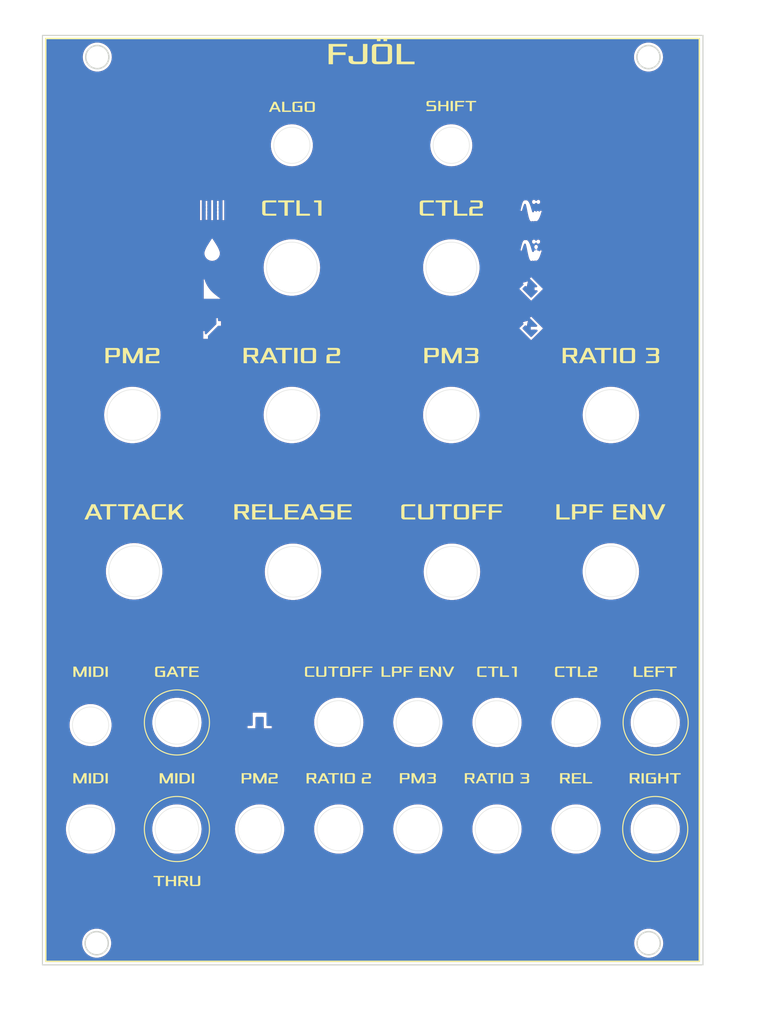
<source format=kicad_pcb>
(kicad_pcb (version 20211014) (generator pcbnew)
  (layers (0 "F.Cu" signal) (31 "B.Cu" signal) (34 "B.Paste" user) (35 "F.Paste" user) (36 "B.SilkS" user "B.Silkscreen") (37 "F.SilkS" user "F.Silkscreen") (38 "B.Mask" user) (39 "F.Mask" user) (44 "Edge.Cuts" user))
  (net 0 "")
  (footprint "vestur-logo:right" (layer "F.Cu") (at 177.368667 137.014328)
    (fp_text reference "G***" hide)
    (fp_text value "LOGO" hide)
  )
  (footprint "vestur-logo:pm2" (layer "F.Cu") (at 105.090635 78.574961)
    (fp_text reference "G***" hide)
    (fp_text value "LOGO" hide)
  )
  (footprint "vestur-logo:ratio2" (layer "F.Cu") (at 127.140433 78.57468)
    (fp_text reference "G***" hide)
    (fp_text value "LOGO" hide)
  )
  (footprint "vestur-logo:release" (layer "F.Cu") (at 127.302 100.177727)
    (fp_text reference "G***" hide)
    (fp_text value "LOGO" hide)
  )
  (footprint "vestur-logo:attack" (layer "F.Cu") (at 105.334119 100.184476)
    (fp_text reference "G***" hide)
    (fp_text value "LOGO" hide)
  )
  (footprint "vestur-logo:ctl1" (layer "F.Cu") (at 127.130175 58.185433)
    (fp_text reference "G***" hide)
    (fp_text value "LOGO" hide)
  )
  (footprint "vestur-logo:ctl2" (layer "F.Cu") (at 149.177375 58.185433)
    (fp_text reference "G***" hide)
    (fp_text value "LOGO" hide)
  )
  (footprint "vestur-logo:shift" (layer "F.Cu") (at 149.179791 44.075977)
    (fp_text reference "G***" hide)
    (fp_text value "LOGO" hide)
  )
  (footprint "vestur-logo:algo" (layer "F.Cu") (at 127.142995 44.190258)
    (fp_text reference "G***" hide)
    (fp_text value "LOGO" hide)
  )
  (footprint "vestur-logo:gate" (layer "F.Cu") (at 111.243586 122.282033)
    (fp_text reference "G***" hide)
    (fp_text value "LOGO" hide)
  )
  (footprint "vestur-logo:ctl1-small" (layer "F.Cu") (at 155.492226 122.282033)
    (fp_text reference "G***" hide)
    (fp_text value "LOGO" hide)
  )
  (footprint "vestur-logo:ctl2-small" (layer "F.Cu") (at 166.429386 122.282033)
    (fp_text reference "G***" hide)
    (fp_text value "LOGO" hide)
  )
  (footprint "vestur-logo:left" (layer "F.Cu") (at 177.3729 122.282033)
    (fp_text reference "G***" hide)
    (fp_text value "LOGO" hide)
  )
  (footprint "vestur-logo:midi" (layer "F.Cu") (at 99.308542 137.014033)
    (fp_text reference "G***" hide)
    (fp_text value "LOGO" hide)
  )
  (footprint "vestur-logo:midi" (layer "F.Cu") (at 111.245702 137.014033)
    (fp_text reference "G***" hide)
    (fp_text value "LOGO" hide)
  )
  (footprint "vestur-logo:thru" (layer "F.Cu") (at 111.24554 151.214306)
    (fp_text reference "G***" hide)
    (fp_text value "LOGO" hide)
  )
  (footprint "vestur-logo:pm2-small" (layer "F.Cu") (at 122.682863 137.014318)
    (fp_text reference "G***" hide)
    (fp_text value "LOGO" hide)
  )
  (footprint "vestur-logo:ratio2-small" (layer "F.Cu") (at 133.624256 137.01413)
    (fp_text reference "G***" hide)
    (fp_text value "LOGO" hide)
  )
  (footprint "vestur-logo:rel" (layer "F.Cu") (at 166.431503 137.014318)
    (fp_text reference "G***" hide)
    (fp_text value "LOGO" hide)
  )
  (footprint "vestur-logo:filt-env-jack" (layer "F.Cu") (at 144.559299 122.277033)
    (fp_text reference "G***" hide)
    (fp_text value "LOGO" hide)
  )
  (footprint "vestur-logo:fjol" (layer "F.Cu") (at 138.153232 36.4835)
    (fp_text reference "G***" hide)
    (fp_text value "LOGO" hide)
  )
  (footprint "vestur-logo:midi" (layer "F.Cu") (at 99.308542 122.282033)
    (fp_text reference "G***" hide)
    (fp_text value "LOGO" hide)
  )
  (footprint "vestur-logo:spread-solderm" (layer "F.Cu") (at 116.110231 58.469731)
    (fp_text reference "G***" hide)
    (fp_text value "LOGO" hide)
    (zone (net 0) (net_name "") (layers F&B.Cu) (connect_pads (clearance 0)) (min_thickness 0.254)
      (keepout (tracks not_allowed) (vias not_allowed) (pads not_allowed) (copperpour not_allowed) (footprints allowed))
      (fill (thermal_gap 0.508) (thermal_bridge_width 0.508))
      (polygon (pts (xy 117.027048 57.511241) (xy 116.777007 57.511241) (xy 116.777007 57.177853) (xy 117.027048 57.177853)))
    )
    (zone (net 0) (net_name "") (layers F&B.Cu) (connect_pads (clearance 0)) (min_thickness 0.254)
      (keepout (tracks not_allowed) (vias not_allowed) (pads not_allowed) (copperpour not_allowed) (footprints allowed))
      (fill (thermal_gap 0.508) (thermal_bridge_width 0.508))
      (polygon (pts (xy 116.256088 59.865793) (xy 115.98521 59.865793) (xy 115.98521 57.094506) (xy 116.256088 57.094506)))
    )
    (zone (net 0) (net_name "") (layers F&B.Cu) (connect_pads (clearance 0)) (min_thickness 0.254)
      (keepout (tracks not_allowed) (vias not_allowed) (pads not_allowed) (copperpour not_allowed) (footprints allowed))
      (fill (thermal_gap 0.508) (thermal_bridge_width 0.508))
      (polygon (pts (xy 117.027048 57.969649) (xy 116.777007 57.969649) (xy 116.777007 57.636261) (xy 117.027048 57.636261)))
    )
    (zone (net 0) (net_name "") (layers F&B.Cu) (connect_pads (clearance 0)) (min_thickness 0.254)
      (keepout (tracks not_allowed) (vias not_allowed) (pads not_allowed) (copperpour not_allowed) (footprints allowed))
      (fill (thermal_gap 0.508) (thermal_bridge_width 0.508))
      (polygon (pts (xy 115.464291 57.511241) (xy 115.21425 57.511241) (xy 115.21425 57.177853) (xy 115.464291 57.177853)))
    )
    (zone (net 0) (net_name "") (layers F&B.Cu) (connect_pads (clearance 0)) (min_thickness 0.254)
      (keepout (tracks not_allowed) (vias not_allowed) (pads not_allowed) (copperpour not_allowed) (footprints allowed))
      (fill (thermal_gap 0.508) (thermal_bridge_width 0.508))
      (polygon (pts (xy 117.027048 58.907303) (xy 116.777007 58.907303) (xy 116.777007 58.573915) (xy 117.027048 58.573915)))
    )
    (zone (net 0) (net_name "") (layers F&B.Cu) (connect_pads (clearance 0)) (min_thickness 0.254)
      (keepout (tracks not_allowed) (vias not_allowed) (pads not_allowed) (copperpour not_allowed) (footprints allowed))
      (fill (thermal_gap 0.508) (thermal_bridge_width 0.508))
      (polygon (pts (xy 115.464291 59.365711) (xy 115.21425 59.365711) (xy 115.21425 59.032323) (xy 115.464291 59.032323)))
    )
    (zone (net 0) (net_name "") (layers F&B.Cu) (connect_pads (clearance 0)) (min_thickness 0.254)
      (keepout (tracks not_allowed) (vias not_allowed) (pads not_allowed) (copperpour not_allowed) (footprints allowed))
      (fill (thermal_gap 0.508) (thermal_bridge_width 0.508))
      (polygon (pts (xy 114.693332 59.865793) (xy 114.443291 59.865793) (xy 114.443291 57.094506) (xy 114.693332 57.094506)))
    )
    (zone (net 0) (net_name "") (layers F&B.Cu) (connect_pads (clearance 0)) (min_thickness 0.254)
      (keepout (tracks not_allowed) (vias not_allowed) (pads not_allowed) (copperpour not_allowed) (footprints allowed))
      (fill (thermal_gap 0.508) (thermal_bridge_width 0.508))
      (polygon (pts (xy 117.016629 58.105088) (xy 117.028801 58.428058) (xy 116.777007 58.428058) (xy 116.777007 58.09259)))
    )
    (zone (net 0) (net_name "") (layers F&B.Cu) (connect_pads (clearance 0)) (min_thickness 0.254)
      (keepout (tracks not_allowed) (vias not_allowed) (pads not_allowed) (copperpour not_allowed) (footprints allowed))
      (fill (thermal_gap 0.508) (thermal_bridge_width 0.508))
      (polygon (pts (xy 117.027048 59.82412) (xy 116.777007 59.82412) (xy 116.777007 59.490732) (xy 117.027048 59.490732)))
    )
    (zone (net 0) (net_name "") (layers F&B.Cu) (connect_pads (clearance 0)) (min_thickness 0.254)
      (keepout (tracks not_allowed) (vias not_allowed) (pads not_allowed) (copperpour not_allowed) (footprints allowed))
      (fill (thermal_gap 0.508) (thermal_bridge_width 0.508))
      (polygon (pts (xy 115.464291 58.428058) (xy 115.212497 58.428058) (xy 115.224669 58.105088) (xy 115.464291 58.09259)))
    )
    (zone (net 0) (net_name "") (layers F&B.Cu) (connect_pads (clearance 0)) (min_thickness 0.254)
      (keepout (tracks not_allowed) (vias not_allowed) (pads not_allowed) (copperpour not_allowed) (footprints allowed))
      (fill (thermal_gap 0.508) (thermal_bridge_width 0.508))
      (polygon (pts (xy 115.464291 59.82412) (xy 115.21425 59.82412) (xy 115.21425 59.490732) (xy 115.464291 59.490732)))
    )
    (zone (net 0) (net_name "") (layers F&B.Cu) (connect_pads (clearance 0)) (min_thickness 0.254)
      (keepout (tracks not_allowed) (vias not_allowed) (pads not_allowed) (copperpour not_allowed) (footprints allowed))
      (fill (thermal_gap 0.508) (thermal_bridge_width 0.508))
      (polygon (pts (xy 117.027048 59.365711) (xy 116.777007 59.365711) (xy 116.777007 59.032323) (xy 117.027048 59.032323)))
    )
    (zone (net 0) (net_name "") (layers F&B.Cu) (connect_pads (clearance 0)) (min_thickness 0.254)
      (keepout (tracks not_allowed) (vias not_allowed) (pads not_allowed) (copperpour not_allowed) (footprints allowed))
      (fill (thermal_gap 0.508) (thermal_bridge_width 0.508))
      (polygon (pts (xy 115.464291 58.907303) (xy 115.21425 58.907303) (xy 115.21425 58.573915) (xy 115.464291 58.573915)))
    )
    (zone (net 0) (net_name "") (layers F&B.Cu) (connect_pads (clearance 0)) (min_thickness 0.254)
      (keepout (tracks not_allowed) (vias not_allowed) (pads not_allowed) (copperpour not_allowed) (footprints allowed))
      (fill (thermal_gap 0.508) (thermal_bridge_width 0.508))
      (polygon (pts (xy 117.798007 59.865793) (xy 117.547966 59.865793) (xy 117.547966 57.094506) (xy 117.798007 57.094506)))
    )
    (zone (net 0) (net_name "") (layers F&B.Cu) (connect_pads (clearance 0)) (min_thickness 0.254)
      (keepout (tracks not_allowed) (vias not_allowed) (pads not_allowed) (copperpour not_allowed) (footprints allowed))
      (fill (thermal_gap 0.508) (thermal_bridge_width 0.508))
      (polygon (pts (xy 115.464291 57.969649) (xy 115.21425 57.969649) (xy 115.21425 57.636261) (xy 115.464291 57.636261)))
    )
  )
  (footprint "vestur-logo:feedback2" (layer "F.Cu") (at 160.204233 74.818917)
    (fp_text reference "G***" hide)
    (fp_text value "LOGO" hide)
    (zone (net 0) (net_name "") (layers F&B.Cu) (connect_pads (clearance 0)) (min_thickness 0.254)
      (keepout (tracks not_allowed) (vias not_allowed) (pads not_allowed) (copperpour not_allowed) (footprints allowed))
      (fill (thermal_gap 0.508) (thermal_bridge_width 0.508))
      (polygon (pts (xy 161.116596 74.792871) (xy 161.110632 74.996029) (xy 160.91165 75.001943) (xy 160.824308 75.003057) (xy 160.753181 75.00119) (xy 160.708184 74.996746) (xy 160.698074 74.993261) (xy 160.691703 74.967263) (xy 160.686742 74.909664) (xy 160.683892 74.830527) (xy 160.683478 74.784189) (xy 160.683478 74.589713) (xy 161.122559 74.589713)))
    )
    (zone (net 0) (net_name "") (layers F&B.Cu) (connect_pads (clearance 0)) (min_thickness 0.254)
      (keepout (tracks not_allowed) (vias not_allowed) (pads not_allowed) (copperpour not_allowed) (footprints allowed))
      (fill (thermal_gap 0.508) (thermal_bridge_width 0.508))
      (polygon (pts (xy 161.860621 74.81885) (xy 161.048155 75.631517) (xy 160.896213 75.783309) (xy 160.75314 75.92588) (xy 160.62163 76.056568) (xy 160.504381 76.17271) (xy 160.40409 76.271644) (xy 160.323453 76.350708) (xy 160.265165 76.407239) (xy 160.231924 76.438576) (xy 160.225071 76.444184) (xy 160.208787 76.429868) (xy 160.165762 76.388685) (xy 160.098673 76.32328) (xy 160.010202 76.236301) (xy 159.903027 76.130391) (xy 159.779828 76.008199) (xy 159.643284 75.872369) (xy 159.496076 75.725549) (xy 159.392001 75.621534) (xy 158.56955 74.798884) (xy 158.892018 74.487975) (xy 159.214487 74.177067) (xy 159.122314 74.081991) (xy 159.071818 74.025777) (xy 159.051773 73.991744) (xy 159.059803 73.976236) (xy 159.111957 73.958562) (xy 159.18869 73.933946) (xy 159.282369 73.904687) (xy 159.385364 73.873086) (xy 159.490043 73.841441) (xy 159.588774 73.812053) (xy 159.673926 73.787221) (xy 159.737868 73.769246) (xy 159.772967 73.760426) (xy 159.777296 73.760024) (xy 159.774975 73.781241) (xy 159.764742 73.835143) (xy 159.748366 73.91388) (xy 159.727623 74.009606) (xy 159.704283 74.114471) (xy 159.680119 74.220629) (xy 159.656905 74.320231) (xy 159.636412 74.405428) (xy 159.620413 74.468374) (xy 159.610681 74.501219) (xy 159.609257 74.504022) (xy 159.590788 74.495816) (xy 159.551614 74.466085) (xy 159.514588 74.43408) (xy 159.428108 74.35595) (xy 158.974552 74.8081) (xy 159.599811 75.433358) (xy 160.225069 76.058617) (xy 160.844884 75.438802) (xy 161.4647 74.818987) (xy 160.746104 74.100164) (xy 160.027508 73.381342) (xy 160.126409 73.282441) (xy 160.225311 73.18354)))
    )
    (zone (net 0) (net_name "") (layers F&B.Cu) (connect_pads (clearance 0)) (min_thickness 0.254)
      (keepout (tracks not_allowed) (vias not_allowed) (pads not_allowed) (copperpour not_allowed) (footprints allowed))
      (fill (thermal_gap 0.508) (thermal_bridge_width 0.508))
      (polygon (pts (xy 160.568876 74.996029) (xy 160.16256 75.007957) (xy 160.16256 74.589713) (xy 160.580804 74.589713)))
    )
  )
  (footprint "vestur-logo:cutoff" (layer "F.Cu") (at 149.258475 100.185368)
    (fp_text reference "G***" hide)
    (fp_text value "LOGO" hide)
  )
  (footprint "vestur-logo:decay" (layer "F.Cu") (at 116.116356 69.369082)
    (fp_text reference "G***" hide)
    (fp_text value "LOGO" hide)
    (zone (net 0) (net_name "") (layers F&B.Cu) (connect_pads (clearance 0)) (min_thickness 0.254)
      (keepout (tracks not_allowed) (vias not_allowed) (pads not_allowed) (copperpour not_allowed) (footprints allowed))
      (fill (thermal_gap 0.508) (thermal_bridge_width 0.508))
      (polygon (pts (xy 115.038655 68.038632) (xy 115.060921 68.053495) (xy 115.080611 68.088447) (xy 115.103632 68.151819) (xy 115.114926 68.186461) (xy 115.248456 68.53502) (xy 115.421376 68.875716) (xy 115.63163 69.205028) (xy 115.877162 69.519436) (xy 115.92662 69.57606) (xy 116.0764 69.73315) (xy 116.260195 69.906141) (xy 116.474787 70.092215) (xy 116.71696 70.288553) (xy 116.905753 70.434051) (xy 117.288834 70.72347) (xy 114.949498 70.72347) (xy 114.949498 68.03553) (xy 115.007906 68.03553)))
    )
  )
  (footprint "vestur-logo:cutoff-small" (layer "F.Cu") (at 133.617906 122.27716)
    (fp_text reference "G***" hide)
    (fp_text value "LOGO" hide)
  )
  (footprint "vestur-logo:det2" (layer "F.Cu") (at 160.204733 58.4458)
    (fp_text reference "G***" hide)
    (fp_text value "LOGO" hide)
    (zone (net 0) (net_name "") (layers F&B.Cu) (connect_pads (clearance 0)) (min_thickness 0.254)
      (keepout (tracks not_allowed) (vias not_allowed) (pads not_allowed) (copperpour not_allowed) (footprints allowed))
      (fill (thermal_gap 0.508) (thermal_bridge_width 0.508))
      (polygon (pts (xy 160.667953 57.050455) (xy 160.731335 57.07598) (xy 160.799547 57.143726) (xy 160.840523 57.233037) (xy 160.853808 57.333549) (xy 160.838944 57.434896) (xy 160.795477 57.526714) (xy 160.753287 57.574923) (xy 160.698371 57.6043) (xy 160.623096 57.62161) (xy 160.54782 57.623653) (xy 160.505167 57.613923) (xy 160.463644 57.586098) (xy 160.416243 57.540881) (xy 160.407021 57.530339) (xy 160.355234 57.442382) (xy 160.335271 57.347097) (xy 160.344203 57.25252) (xy 160.379104 57.166687) (xy 160.437046 57.097634) (xy 160.515102 57.053396) (xy 160.585176 57.041335)))
    )
    (zone (net 0) (net_name "") (layers F&B.Cu) (connect_pads (clearance 0)) (min_thickness 0.254)
      (keepout (tracks not_allowed) (vias not_allowed) (pads not_allowed) (copperpour not_allowed) (footprints allowed))
      (fill (thermal_gap 0.508) (thermal_bridge_width 0.508))
      (polygon (pts (xy 161.307215 57.057304) (xy 161.380763 57.105264) (xy 161.434419 57.175516) (xy 161.466643 57.260143) (xy 161.475893 57.351225) (xy 161.460629 57.440842) (xy 161.419311 57.521075) (xy 161.350399 57.584005) (xy 161.32402 57.59837) (xy 161.247933 57.626945) (xy 161.184595 57.628218) (xy 161.115031 57.60191) (xy 161.101999 57.595092) (xy 161.02605 57.53468) (xy 160.978482 57.455954) (xy 160.95769 57.366789) (xy 160.962066 57.275062) (xy 160.990003 57.18865) (xy 161.039896 57.115428) (xy 161.110137 57.063273) (xy 161.19912 57.04006) (xy 161.215316 57.039558)))
    )
    (zone (net 0) (net_name "") (layers F&B.Cu) (connect_pads (clearance 0)) (min_thickness 0.254)
      (keepout (tracks not_allowed) (vias not_allowed) (pads not_allowed) (copperpour not_allowed) (footprints allowed))
      (fill (thermal_gap 0.508) (thermal_bridge_width 0.508))
      (polygon (pts (xy 159.544379 57.103357) (xy 159.624513 57.114662) (xy 159.648452 57.122561) (xy 159.729909 57.170654) (xy 159.808666 57.246114) (xy 159.885705 57.350927) (xy 159.962007 57.487076) (xy 160.038555 57.656546) (xy 160.116332 57.861322) (xy 160.196319 58.103388) (xy 160.279499 58.384729) (xy 160.287875 58.414545) (xy 160.342331 58.608395) (xy 160.387012 58.765264) (xy 160.423006 58.888402) (xy 160.451398 58.981062) (xy 160.473274 59.046496) (xy 160.48972 59.087954) (xy 160.501822 59.10869) (xy 160.510667 59.111954) (xy 160.517237 59.101289) (xy 160.526804 59.065365) (xy 160.541948 58.998275) (xy 160.560542 58.909808) (xy 160.579313 58.815652) (xy 160.599776 58.712308) (xy 160.615389 58.643097) (xy 160.629001 58.601197) (xy 160.643463 58.579786) (xy 160.661625 58.572042) (xy 160.681478 58.571105) (xy 160.742142 58.575981) (xy 160.78007 58.583199) (xy 160.795081 58.587463) (xy 160.805933 58.594317) (xy 160.812034 58.608458) (xy 160.812791 58.634582) (xy 160.807613 58.677387) (xy 160.795908 58.741569) (xy 160.777082 58.831825) (xy 160.750546 58.952852) (xy 160.715705 59.109347) (xy 160.711196 59.129576) (xy 160.635424 59.469545) (xy 160.721634 59.643913) (xy 160.777898 59.518893) (xy 160.804185 59.452151) (xy 160.837719 59.354877) (xy 160.875561 59.236946) (xy 160.914769 59.108235) (xy 160.952404 58.978619) (xy 160.985525 58.857974) (xy 161.011193 58.756178) (xy 161.026152 58.684996) (xy 161.041763 58.611112) (xy 161.062783 58.571055) (xy 161.097632 58.557088) (xy 161.154732 58.561474) (xy 161.159741 58.562262) (xy 161.221162 58.578516) (xy 161.245618 58.602847) (xy 161.246467 58.609948) (xy 161.239778 58.663375) (xy 161.221401 58.748767) (xy 161.193547 58.858804) (xy 161.158429 58.986165) (xy 161.11826 59.123528) (xy 161.075251 59.263572) (xy 161.031614 59.398977) (xy 160.989563 59.522421) (xy 160.951308 59.626583) (xy 160.919063 59.704142) (xy 160.910423 59.722051) (xy 160.887604 59.771937) (xy 160.88574 59.795083) (xy 160.900742 59.800189) (xy 160.955513 59.780276) (xy 161.016583 59.722696) (xy 161.082295 59.63069) (xy 161.150989 59.507498) (xy 161.221007 59.35636) (xy 161.290689 59.180517) (xy 161.358378 58.983207) (xy 161.414152 58.797329) (xy 161.441572 58.703005) (xy 161.466343 58.623427) (xy 161.485673 58.567212) (xy 161.49649 58.543258) (xy 161.523448 58.53797) (xy 161.571537 58.543855) (xy 161.624907 58.557042) (xy 161.667708 58.573659) (xy 161.684143 58.58909) (xy 161.678562 58.614503) (xy 161.663361 58.67145) (xy 161.64085 58.751535) (xy 161.613342 58.846363) (xy 161.612896 58.847879) (xy 161.525189 59.127404) (xy 161.438413 59.366223) (xy 161.35208 59.565282) (xy 161.265706 59.725523) (xy 161.178804 59.847892) (xy 161.09089 59.933333) (xy 161.037018 59.967487) (xy 160.939603 60.002988) (xy 160.852103 60.002284) (xy 160.800605 59.98485) (xy 160.754194 59.972478) (xy 160.704014 59.98329) (xy 160.676664 59.995269) (xy 160.605059 60.022924) (xy 160.547422 60.025346) (xy 160.484648 60.002661) (xy 160.472682 59.996623) (xy 160.426226 59.976429) (xy 160.396586 59.978547) (xy 160.374742 59.994304) (xy 160.301596 60.033098) (xy 160.219245 60.035814) (xy 160.150168 60.008174) (xy 160.102922 59.969407) (xy 160.057922 59.914116) (xy 160.014349 59.839682) (xy 159.971384 59.743488) (xy 159.928206 59.622913) (xy 159.883995 59.47534) (xy 159.837932 59.298149) (xy 159.789196 59.088721) (xy 159.736969 58.844439) (xy 159.734614 58.832706) (xy 159.937512 58.832706) (xy 159.942222 58.869763) (xy 159.95719 58.947163) (xy 159.982522 59.0649) (xy 159.987934 59.08923) (xy 160.029111 59.261349) (xy 160.071854 59.417836) (xy 160.114691 59.554848) (xy 160.156147 59.668543) (xy 160.19475 59.755079) (xy 160.229024 59.810615) (xy 160.257496 59.831307) (xy 160.270569 59.826035) (xy 160.278104 59.793118) (xy 160.275364 59.787351) (xy 160.522711 59.787351) (xy 160.543589 59.813724) (xy 160.570783 59.821025) (xy 160.589904 59.81488) (xy 160.581089 59.78946) (xy 160.575284 59.779872) (xy 160.548516 59.754146) (xy 160.531082 59.75722) (xy 160.522711 59.787351) (xy 160.275364 59.787351) (xy 160.260244 59.755534) (xy 160.223335 59.685649) (xy 160.179614 59.581687) (xy 160.131455 59.450217) (xy 160.081231 59.29781) (xy 160.031314 59.131037) (xy 160.019191 59.08798) (xy 159.983901 58.963627) (xy 159.958456 58.879634) (xy 159.942958 58.835995) (xy 159.937512 58.832706) (xy 159.734614 58.832706) (xy 159.715512 58.737514) (xy 159.916309 58.737514) (xy 159.919583 58.767095) (xy 159.926819 58.76356) (xy 159.929571 58.7209) (xy 159.926819 58.711468) (xy 159.919213 58.708851) (xy 159.916309 58.737514) (xy 159.715512 58.737514) (xy 159.696348 58.642013) (xy 159.893827 58.642013) (xy 159.897658 58.669038) (xy 159.904771 58.669361) (xy 159.909745 58.641473) (xy 159.906416 58.629424) (xy 159.897164 58.621531) (xy 159.893827 58.642013) (xy 159.696348 58.642013) (xy 159.680429 58.562682) (xy 159.663536 58.475462) (xy 160.084779 58.475462) (xy 160.085614 58.498936) (xy 160.096119 58.555602) (xy 160.114548 58.638574) (xy 160.139154 58.740964) (xy 160.16819 58.855885) (xy 160.19991 58.976451) (xy 160.232568 59.095775) (xy 160.264416 59.206969) (xy 160.293708 59.303148) (xy 160.298419 59.317853) (xy 160.335597 59.425725) (xy 160.366834 59.502075) (xy 160.390905 59.544807) (xy 160.406589 59.551826) (xy 160.412663 59.521036) (xy 160.412677 59.513683) (xy 160.405355 59.479079) (xy 160.386057 59.416378) (xy 160.358189 59.336212) (xy 160.340885 59.289688) (xy 160.308925 59.199782) (xy 160.270633 59.08291) (xy 160.230223 58.952422) (xy 160.191907 58.82167) (xy 160.181476 58.784481) (xy 160.151135 58.67737) (xy 160.124211 58.586772) (xy 160.10275 58.519221) (xy 160.088797 58.481251) (xy 160.084779 58.475462) (xy 159.663536 58.475462) (xy 159.652516 58.418563) (xy 159.651364 58.412808) (xy 160.060521 58.412808) (xy 160.064352 58.439834) (xy 160.071465 58.440157) (xy 160.076439 58.412269) (xy 160.07311 58.400219) (xy 160.063858 58.392327) (xy 160.060521 58.412808) (xy 159.651364 58.412808) (xy 159.634673 58.329461) (xy 160.039684 58.329461) (xy 160.043515 58.356487) (xy 160.050628 58.35681) (xy 160.055602 58.328922) (xy 160.052273 58.316872) (xy 160.043021 58.30898) (xy 160.039684 58.329461) (xy 159.634673 58.329461) (xy 159.61833 58.247851) (xy 160.017203 58.247851) (xy 160.027621 58.258269) (xy 160.038039 58.247851) (xy 160.027621 58.237432) (xy 160.017203 58.247851) (xy 159.61833 58.247851) (xy 159.616526 58.238841) (xy 159.578939 58.065306) (xy 159.541089 57.903074) (xy 159.504313 57.757259) (xy 159.469945 57.632979) (xy 159.439322 57.535349) (xy 159.413779 57.469484) (xy 159.397831 57.443032) (xy 159.376063 57.446086) (xy 159.34453 57.485293) (xy 159.304898 57.556734) (xy 159.258829 57.656485) (xy 159.207989 57.780626) (xy 159.154042 57.925236) (xy 159.098652 58.086392) (xy 159.043485 58.260173) (xy 159.025269 58.320779) (xy 158.996129 58.41833) (xy 158.971187 58.500313) (xy 158.952814 58.559053) (xy 158.943376 58.586875) (xy 158.942806 58.588011) (xy 158.921034 58.58922) (xy 158.871872 58.584563) (xy 158.841836 58.580436) (xy 158.780878 58.567471) (xy 158.752193 58.549071) (xy 158.746161 58.525986) (xy 158.75117 58.490303) (xy 158.765001 58.421701) (xy 158.785857 58.327561) (xy 158.811943 58.215261) (xy 158.841464 58.092182) (xy 158.872623 57.965703) (xy 158.903625 57.843204) (xy 158.932674 57.732065) (xy 158.957975 57.639665) (xy 158.977732 57.573384) (xy 158.978618 57.570656) (xy 159.028372 57.435583) (xy 159.082531 57.318421) (xy 159.137262 57.226341) (xy 159.188735 57.166512) (xy 159.19871 57.15876) (xy 159.259785 57.132159) (xy 159.347459 57.113277) (xy 159.447176 57.103285)))
    )
  )
  (footprint "vestur-logo:filt-env-knob" (layer "F.Cu") (at 171.242189 100.184323)
    (fp_text reference "G***" hide)
    (fp_text value "LOGO" hide)
  )
  (footprint "vestur-logo:ratio3" (layer "F.Cu") (at 171.247572 78.569946)
    (fp_text reference "G***" hide)
    (fp_text value "LOGO" hide)
  )
  (footprint "vestur-logo:det3" (layer "F.Cu") (at 160.198942 63.930778)
    (fp_text reference "G***" hide)
    (fp_text value "LOGO" hide)
    (zone (net 0) (net_name "") (layers F&B.Cu) (connect_pads (clearance 0)) (min_thickness 0.254)
      (keepout (tracks not_allowed) (vias not_allowed) (pads not_allowed) (copperpour not_allowed) (footprints allowed))
      (fill (thermal_gap 0.508) (thermal_bridge_width 0.508))
      (polygon (pts (xy 161.00299 63.295128) (xy 161.072748 63.34218) (xy 161.125586 63.413715) (xy 161.154221 63.508496) (xy 161.157277 63.555717) (xy 161.140774 63.660923) (xy 161.095574 63.748722) (xy 161.028147 63.813377) (xy 160.944958 63.84915) (xy 160.852475 63.850304) (xy 160.830982 63.845188) (xy 160.748945 63.801547) (xy 160.68735 63.728925) (xy 160.650647 63.636825) (xy 160.643287 63.534752) (xy 160.655463 63.470453) (xy 160.700512 63.376517) (xy 160.765076 63.313254) (xy 160.841868 63.279427) (xy 160.923602 63.273798)))
    )
    (zone (net 0) (net_name "") (layers F&B.Cu) (connect_pads (clearance 0)) (min_thickness 0.254)
      (keepout (tracks not_allowed) (vias not_allowed) (pads not_allowed) (copperpour not_allowed) (footprints allowed))
      (fill (thermal_gap 0.508) (thermal_bridge_width 0.508))
      (polygon (pts (xy 159.572678 62.60338) (xy 159.621671 62.612869) (xy 159.649165 62.624413) (xy 159.731168 62.679232) (xy 159.809732 62.758051) (xy 159.885994 62.863225) (xy 159.961093 62.997107) (xy 160.036166 63.162051) (xy 160.11235 63.360412) (xy 160.190784 63.594542) (xy 160.272605 63.866796) (xy 160.305006 63.981402) (xy 160.362699 64.186199) (xy 160.410504 64.350748) (xy 160.448487 64.475267) (xy 160.476719 64.559974) (xy 160.495266 64.605086) (xy 160.50318 64.612813) (xy 160.510118 64.590436) (xy 160.523282 64.535017) (xy 160.540908 64.454412) (xy 160.56123 64.35648) (xy 160.565485 64.335395) (xy 160.58657 64.234445) (xy 160.605982 64.148818) (xy 160.621789 64.086536) (xy 160.632061 64.055619) (xy 160.633241 64.05394) (xy 160.66037 64.050271) (xy 160.711849 64.05585) (xy 160.732814 64.059847) (xy 160.818695 64.07803) (xy 160.798932 64.176307) (xy 160.787591 64.230799) (xy 160.769344 64.316297) (xy 160.746276 64.423118) (xy 160.720475 64.541576) (xy 160.706282 64.606325) (xy 160.679371 64.729805) (xy 160.660865 64.819865) (xy 160.650115 64.883763) (xy 160.64647 64.928757) (xy 160.649278 64.962105) (xy 160.657889 64.991064) (xy 160.669375 65.017851) (xy 160.694815 65.067152) (xy 160.7155 65.095191) (xy 160.72026 65.097636) (xy 160.735635 65.078637) (xy 160.759881 65.026032) (xy 160.790865 64.946412) (xy 160.826456 64.846367) (xy 160.864523 64.732486) (xy 160.902934 64.611359) (xy 160.939559 64.489576) (xy 160.972265 64.373727) (xy 160.998921 64.270403) (xy 161.017396 64.186192) (xy 161.020324 64.169869) (xy 161.033237 64.109936) (xy 161.047574 64.066002) (xy 161.05079 64.059778) (xy 161.080146 64.044664) (xy 161.129559 64.043126) (xy 161.183276 64.05254) (xy 161.225544 64.07028) (xy 161.24078 64.091454) (xy 161.234293 64.143465) (xy 161.216325 64.227211) (xy 161.189118 64.335076) (xy 161.154913 64.459445) (xy 161.11595 64.592702) (xy 161.074471 64.727233) (xy 161.032717 64.855423) (xy 160.992927 64.969655) (xy 160.957345 65.062315) (xy 160.949834 65.08014) (xy 160.913843 65.165684) (xy 160.89392 65.220149) (xy 160.888522 65.250226) (xy 160.896104 65.262605) (xy 160.907321 65.26433) (xy 160.950442 65.246236) (xy 161.004371 65.196426) (xy 161.063784 65.121611) (xy 161.123361 65.028503) (xy 161.177779 64.923811) (xy 161.178357 64.92256) (xy 161.218589 64.827814) (xy 161.266043 64.704242) (xy 161.316768 64.563168) (xy 161.366818 64.415916) (xy 161.412241 64.273811) (xy 161.449091 64.148174) (xy 161.451557 64.139146) (xy 161.469771 64.079469) (xy 161.486312 64.03729) (xy 161.491683 64.028236) (xy 161.516828 64.023858) (xy 161.563992 64.02908) (xy 161.617249 64.040498) (xy 161.660677 64.054706) (xy 161.678352 64.068149) (xy 161.671279 64.111988) (xy 161.65171 64.187403) (xy 161.62212 64.287079) (xy 161.584983 64.403701) (xy 161.542773 64.529953) (xy 161.497966 64.658521) (xy 161.453034 64.782087) (xy 161.410454 64.893338) (xy 161.372699 64.984958) (xy 161.354994 65.024105) (xy 161.265443 65.18943) (xy 161.171792 65.317799) (xy 161.075305 65.408253) (xy 160.977248 65.459831) (xy 160.878886 65.471575) (xy 160.794624 65.448905) (xy 160.746701 65.43629) (xy 160.701269 65.452368) (xy 160.690193 65.459324) (xy 160.610039 65.489293) (xy 160.522863 65.486601) (xy 160.459282 65.460285) (xy 160.421619 65.439946) (xy 160.391884 65.443554) (xy 160.353021 65.470703) (xy 160.284627 65.507782) (xy 160.215422 65.507212) (xy 160.146178 65.475685) (xy 160.097665 65.436661) (xy 160.051083 65.37862) (xy 160.005661 65.299118) (xy 159.960632 65.195715) (xy 159.915226 65.065966) (xy 159.868674 64.907431) (xy 159.820206 64.717667) (xy 159.769054 64.494231) (xy 159.714448 64.234681) (xy 159.710328 64.213806) (xy 159.91193 64.213806) (xy 159.920383 64.270836) (xy 159.935885 64.353641) (xy 159.956898 64.454897) (xy 159.981886 64.567278) (xy 160.009311 64.68346) (xy 160.037637 64.796117) (xy 160.045713 64.826758) (xy 160.088446 64.974262) (xy 160.131285 65.098585) (xy 160.172493 65.195987) (xy 160.210335 65.262723) (xy 160.243076 65.295053) (xy 160.262741 65.294789) (xy 160.262333 65.272575) (xy 160.259685 65.264128) (xy 160.523384 65.264128) (xy 160.551998 65.284049) (xy 160.564992 65.285167) (xy 160.584119 65.278944) (xy 160.575147 65.253331) (xy 160.569687 65.244325) (xy 160.544985 65.218633) (xy 160.529212 65.227702) (xy 160.523384 65.264128) (xy 160.259685 65.264128) (xy 160.246648 65.222538) (xy 160.218852 65.154227) (xy 160.208731 65.131828) (xy 160.172549 65.044338) (xy 160.130032 64.92706) (xy 160.08456 64.790728) (xy 160.039514 64.64608) (xy 159.998273 64.503851) (xy 159.964217 64.374778) (xy 159.946995 64.300502) (xy 159.932025 64.238481) (xy 159.919052 64.198692) (xy 159.912062 64.189876) (xy 159.91193 64.213806) (xy 159.710328 64.213806) (xy 159.693196 64.126991) (xy 159.888036 64.126991) (xy 159.891867 64.154016) (xy 159.89898 64.154339) (xy 159.903954 64.126451) (xy 159.900625 64.114402) (xy 159.891373 64.106509) (xy 159.888036 64.126991) (xy 159.693196 64.126991) (xy 159.672979 64.024544) (xy 159.865554 64.024544) (xy 159.875973 64.034962) (xy 159.886391 64.024544) (xy 159.875973 64.014125) (xy 159.865554 64.024544) (xy 159.672979 64.024544) (xy 159.655619 63.936575) (xy 159.646521 63.889105) (xy 159.643998 63.876543) (xy 160.058701 63.876543) (xy 160.058829 63.90092) (xy 160.06901 63.958809) (xy 160.087552 64.04374) (xy 160.11276 64.149242) (xy 160.142942 64.268842) (xy 160.176405 64.396071) (xy 160.211454 64.524456) (xy 160.246397 64.647528) (xy 160.27954 64.758815) (xy 160.30919 64.851845) (xy 160.3278 64.904896) (xy 160.355533 64.967891) (xy 160.380951 65.006726) (xy 160.399667 65.016643) (xy 160.407297 64.992885) (xy 160.40731 64.99116) (xy 160.400834 64.964184) (xy 160.383004 64.905404) (xy 160.356222 64.822354) (xy 160.322886 64.722569) (xy 160.306107 64.673399) (xy 160.261909 64.540607) (xy 160.215404 64.393991) (xy 160.171988 64.250946) (xy 160.137053 64.128866) (xy 160.13567 64.123788) (xy 160.109102 64.028604) (xy 160.086 63.950811) (xy 160.068633 63.89769) (xy 160.059267 63.876522) (xy 160.058701 63.876543) (xy 159.643998 63.876543) (xy 159.631524 63.81444) (xy 160.033893 63.81444) (xy 160.037724 63.841465) (xy 160.044837 63.841788) (xy 160.049811 63.8139) (xy 160.046482 63.801851) (xy 160.03723 63.793958) (xy 160.033893 63.81444) (xy 159.631524 63.81444) (xy 159.617224 63.743247) (xy 160.011412 63.743247) (xy 160.019035 63.760398) (xy 160.025303 63.757139) (xy 160.027797 63.73241) (xy 160.025303 63.729356) (xy 160.012915 63.732216) (xy 160.011412 63.743247) (xy 159.617224 63.743247) (xy 159.608245 63.698545) (xy 159.568961 63.520986) (xy 159.529782 63.360193) (xy 159.491822 63.21993) (xy 159.456193 63.103964) (xy 159.424009 63.016058) (xy 159.396383 62.959977) (xy 159.374427 62.939487) (xy 159.366764 62.942806) (xy 159.334149 62.990351) (xy 159.292375 63.071266) (xy 159.244019 63.178933) (xy 159.191654 63.306735) (xy 159.137855 63.448054) (xy 159.085197 63.596273) (xy 159.036255 63.744774) (xy 158.993603 63.886938) (xy 158.979542 63.938066) (xy 158.941427 64.080793) (xy 158.858513 64.067534) (xy 158.790561 64.05428) (xy 158.754699 64.03886) (xy 158.741465 64.015973) (xy 158.74037 64.001394) (xy 158.745746 63.962415) (xy 158.76064 63.89049) (xy 158.7832 63.792764) (xy 158.811574 63.676383) (xy 158.843908 63.548492) (xy 158.878352 63.416239) (xy 158.913052 63.286768) (xy 158.946157 63.167225) (xy 158.975815 63.064756) (xy 159.000172 62.986507) (xy 159.012553 62.951321) (xy 159.052057 62.862242) (xy 159.098665 62.776569) (xy 159.142869 62.711623) (xy 159.146521 62.70725) (xy 159.182496 62.666823) (xy 159.213626 62.641116) (xy 159.25114 62.625795) (xy 159.306269 62.616529) (xy 159.390242 62.608985) (xy 159.404044 62.60789) (xy 159.503654 62.601958)))
    )
    (zone (net 0) (net_name "") (layers F&B.Cu) (connect_pads (clearance 0)) (min_thickness 0.254)
      (keepout (tracks not_allowed) (vias not_allowed) (pads not_allowed) (copperpour not_allowed) (footprints allowed))
      (fill (thermal_gap 0.508) (thermal_bridge_width 0.508))
      (polygon (pts (xy 161.261244 62.543071) (xy 161.343683 62.577058) (xy 161.410623 62.639109) (xy 161.45502 62.724813) (xy 161.469906 62.822256) (xy 161.453784 62.928224) (xy 161.409402 63.016791) (xy 161.343035 63.082197) (xy 161.260958 63.118682) (xy 161.169444 63.120483) (xy 161.149985 63.116017) (xy 161.064062 63.073218) (xy 161.001258 63.004008) (xy 160.962777 62.917422) (xy 160.949825 62.822498) (xy 160.96361 62.72827) (xy 161.005335 62.643776) (xy 161.076209 62.578051) (xy 161.078041 62.576923) (xy 161.170349 62.541556)))
    )
    (zone (net 0) (net_name "") (layers F&B.Cu) (connect_pads (clearance 0)) (min_thickness 0.254)
      (keepout (tracks not_allowed) (vias not_allowed) (pads not_allowed) (copperpour not_allowed) (footprints allowed))
      (fill (thermal_gap 0.508) (thermal_bridge_width 0.508))
      (polygon (pts (xy 160.664753 62.549582) (xy 160.743888 62.592271) (xy 160.803128 62.665078) (xy 160.837772 62.762898) (xy 160.844882 62.840236) (xy 160.841204 62.912348) (xy 160.825399 62.962621) (xy 160.79031 63.010592) (xy 160.777162 63.02508) (xy 160.692615 63.094128) (xy 160.604213 63.122153) (xy 160.511438 63.11021) (xy 160.432296 63.064) (xy 160.373674 62.989572) (xy 160.33961 62.896982) (xy 160.33414 62.796287) (xy 160.353265 62.716139) (xy 160.407889 62.623409) (xy 160.486066 62.564992) (xy 160.570423 62.542117)))
    )
  )
  (footprint "vestur-logo:pm3-small" (layer "F.Cu") (at 144.557697 137.009308)
    (fp_text reference "G***" hide)
    (fp_text value "LOGO" hide)
  )
  (footprint "vestur-logo:glide" (layer "F.Cu") (at 116.119223 74.913482)
    (fp_text reference "G***" hide)
    (fp_text value "LOGO" hide)
    (zone (net 0) (net_name "") (layers F&B.Cu) (connect_pads (clearance 0)) (min_thickness 0.254)
      (keepout (tracks not_allowed) (vias not_allowed) (pads not_allowed) (copperpour not_allowed) (footprints allowed))
      (fill (thermal_gap 0.508) (thermal_bridge_width 0.508))
      (polygon (pts (xy 116.911019 73.809134) (xy 117.348591 73.809134) (xy 117.348591 74.455073) (xy 116.942045 74.455073) (xy 116.238919 75.158427) (xy 115.535794 75.86178) (xy 115.535794 76.26787) (xy 114.889855 76.26787) (xy 114.889855 75.184359) (xy 115.098222 75.184359) (xy 115.098222 75.621931) (xy 115.317241 75.621931) (xy 116.009947 74.928994) (xy 116.702652 74.236057) (xy 116.702652 73.392399) (xy 116.911019 73.392399)))
    )
  )
  (footprint "vestur-logo:pm3" (layer "F.Cu") (at 149.177387 78.569946)
    (fp_text reference "G***" hide)
    (fp_text value "LOGO" hide)
  )
  (footprint "vestur-logo:res-solderm" (layer "F.Cu") (at 116.106466 63.919315)
    (fp_text reference "G***" hide)
    (fp_text value "LOGO" hide)
    (zone (net 0) (net_name "") (layers F&B.Cu) (connect_pads (clearance 0)) (min_thickness 0.254)
      (keepout (tracks not_allowed) (vias not_allowed) (pads not_allowed) (copperpour not_allowed) (footprints allowed))
      (fill (thermal_gap 0.508) (thermal_bridge_width 0.508))
      (polygon (pts (xy 116.138799 62.390473) (xy 116.180776 62.447772) (xy 116.240882 62.535246) (xy 116.314904 62.64633) (xy 116.398628 62.774458) (xy 116.48784 62.913064) (xy 116.578327 63.055584) (xy 116.665876 63.195452) (xy 116.746272 63.326103) (xy 116.815302 63.44097) (xy 116.868752 63.53349) (xy 116.885333 63.563715) (xy 116.970505 63.732778) (xy 117.047251 63.904368) (xy 117.111978 64.068797) (xy 117.16109 64.21638) (xy 117.190991 64.33743) (xy 117.198666 64.407812) (xy 117.175114 64.63194) (xy 117.108029 64.839082) (xy 117.002762 65.025021) (xy 116.864668 65.185541) (xy 116.699099 65.316424) (xy 116.511409 65.413454) (xy 116.306951 65.472413) (xy 116.091077 65.489085) (xy 115.869141 65.459253) (xy 115.865166 65.458274) (xy 115.650242 65.38007) (xy 115.460354 65.261516) (xy 115.300135 65.108506) (xy 115.174216 64.926934) (xy 115.087228 64.722695) (xy 115.043802 64.501681) (xy 115.039666 64.407812) (xy 115.051887 64.314507) (xy 115.086153 64.187033) (xy 115.138869 64.035077) (xy 115.20644 63.868325) (xy 115.28527 63.696462) (xy 115.352998 63.563715) (xy 115.398762 63.482373) (xy 115.461851 63.375965) (xy 115.538051 63.251054) (xy 115.623148 63.114207) (xy 115.71293 62.971989) (xy 115.803181 62.830965) (xy 115.889689 62.697701) (xy 115.96824 62.578762) (xy 116.03462 62.480714) (xy 116.084617 62.410122) (xy 116.114015 62.373551) (xy 116.119166 62.369915)))
    )
  )
  (footprint "vestur-logo:ratio3-small" (layer "F.Cu") (at 155.499091 137.009308)
    (fp_text reference "G***" hide)
    (fp_text value "LOGO" hide)
  )
  (footprint "vestur-logo:feedback" (layer "F.Cu") (at 160.204233 69.368917)
    (fp_text reference "G***" hide)
    (fp_text value "LOGO" hide)
    (zone (net 0) (net_name "") (layers F&B.Cu) (connect_pads (clearance 0)) (min_thickness 0.254)
      (keepout (tracks not_allowed) (vias not_allowed) (pads not_allowed) (copperpour not_allowed) (footprints allowed))
      (fill (thermal_gap 0.508) (thermal_bridge_width 0.508))
      (polygon (pts (xy 161.116596 69.342871) (xy 161.110632 69.546029) (xy 160.91165 69.551943) (xy 160.824308 69.553057) (xy 160.753181 69.55119) (xy 160.708184 69.546746) (xy 160.698074 69.543261) (xy 160.691703 69.517263) (xy 160.686742 69.459664) (xy 160.683892 69.380527) (xy 160.683478 69.334189) (xy 160.683478 69.139713) (xy 161.122559 69.139713)))
    )
    (zone (net 0) (net_name "") (layers F&B.Cu) (connect_pads (clearance 0)) (min_thickness 0.254)
      (keepout (tracks not_allowed) (vias not_allowed) (pads not_allowed) (copperpour not_allowed) (footprints allowed))
      (fill (thermal_gap 0.508) (thermal_bridge_width 0.508))
      (polygon (pts (xy 161.860621 69.36885) (xy 161.048155 70.181517) (xy 160.896213 70.333309) (xy 160.75314 70.47588) (xy 160.62163 70.606568) (xy 160.504381 70.72271) (xy 160.40409 70.821644) (xy 160.323453 70.900708) (xy 160.265165 70.957239) (xy 160.231924 70.988576) (xy 160.225071 70.994184) (xy 160.208787 70.979868) (xy 160.165762 70.938685) (xy 160.098673 70.87328) (xy 160.010202 70.786301) (xy 159.903027 70.680391) (xy 159.779828 70.558199) (xy 159.643284 70.422369) (xy 159.496076 70.275549) (xy 159.392001 70.171534) (xy 158.56955 69.348884) (xy 158.892018 69.037975) (xy 159.214487 68.727067) (xy 159.122314 68.631991) (xy 159.071818 68.575777) (xy 159.051773 68.541744) (xy 159.059803 68.526236) (xy 159.111957 68.508562) (xy 159.18869 68.483946) (xy 159.282369 68.454687) (xy 159.385364 68.423086) (xy 159.490043 68.391441) (xy 159.588774 68.362053) (xy 159.673926 68.337221) (xy 159.737868 68.319246) (xy 159.772967 68.310426) (xy 159.777296 68.310024) (xy 159.774975 68.331241) (xy 159.764742 68.385143) (xy 159.748366 68.46388) (xy 159.727623 68.559606) (xy 159.704283 68.664471) (xy 159.680119 68.770629) (xy 159.656905 68.870231) (xy 159.636412 68.955428) (xy 159.620413 69.018374) (xy 159.610681 69.051219) (xy 159.609257 69.054022) (xy 159.590788 69.045816) (xy 159.551614 69.016085) (xy 159.514588 68.98408) (xy 159.428108 68.90595) (xy 158.974552 69.3581) (xy 159.599811 69.983358) (xy 160.225069 70.608617) (xy 160.844884 69.988802) (xy 161.4647 69.368987) (xy 160.746104 68.650164) (xy 160.027508 67.931342) (xy 160.126409 67.832441) (xy 160.225311 67.73354)))
    )
  )
  (footprint "vestur-logo:spread-solderm" (layer "B.Cu") (at 116.131067 58.469731 180)
    (fp_text reference "G***" hide)
    (fp_text value "LOGO" hide)
  )
  (footprint "vestur-logo:decay-mirror" (layer "B.Cu") (at 116.116356 69.369082 180)
    (fp_text reference "G***" hide)
    (fp_text value "LOGO" hide)
  )
  (footprint "vestur-logo:feedback-mirror" (layer "B.Cu") (at 160.22507 69.368917 180)
    (fp_text reference "G***" hide)
    (fp_text value "LOGO" hide)
  )
  (footprint "vestur-logo:feedback2-mirror" (layer "B.Cu") (at 160.22507 74.818917 180)
    (fp_text reference "G***" hide)
    (fp_text value "LOGO" hide)
  )
  (footprint "vestur-logo:feedback-mirror" (layer "B.Cu") (at 160.22507 69.368917 180)
    (fp_text reference "G***" hide)
    (fp_text value "LOGO" hide)
  )
  (footprint "vestur-logo:det2-mirror" (layer "B.Cu") (at 160.218705 58.435804 180)
    (fp_text reference "G***" hide)
    (fp_text value "LOGO" hide)
  )
  (footprint "vestur-logo:det3-mirror" (layer "B.Cu") (at 160.21978 63.930374 180)
    (fp_text reference "G***" hide)
    (fp_text value "LOGO" hide)
  )
  (footprint "vestur-logo:res-solderm" (layer "B.Cu") (at 116.131866 63.919315 180)
    (fp_text reference "G***" hide)
    (fp_text value "LOGO" hide)
  )
  (footprint "vestur-logo:glide-mirror" (layer "B.Cu") (at 116.119223 74.913482 180)
    (fp_text reference "G***" hide)
    (fp_text value "LOGO" hide)
  )
  (gr_circle (center 177.3729 144.027949) (end 181.8729 144.027949) (layer "F.SilkS") (width 0.15) (fill none))
  (gr_circle (center 111.249936 129.295949) (end 115.749936 129.295949) (layer "F.SilkS") (width 0.15) (fill none))
  (gr_circle (center 111.249936 144.027949) (end 115.749936 144.027949) (layer "F.SilkS") (width 0.15) (fill none))
  (gr_circle (center 177.4317 129.295949) (end 181.9317 129.295949) (layer "F.SilkS") (width 0.15) (fill none))
  (gr_rect (start 93.12 34.7458) (end 183.47 162.3208) (layer "F.SilkS") (width 0.2) (fill none))
  (gr_circle (center 166.435736 129.295949) (end 169.435736 129.295949) (layer "Edge.Cuts") (width 0.05) (fill none))
  (gr_circle (center 149.182965 86.7918) (end 152.682965 86.7918) (layer "Edge.Cuts") (width 0.05) (fill none))
  (gr_circle (center 127.140433 86.7918) (end 130.640433 86.7918) (layer "Edge.Cuts") (width 0.05) (fill none))
  (gr_circle (center 122.687096 144.027949) (end 125.687096 144.027949) (layer "Edge.Cuts") (width 0.05) (fill none))
  (gr_circle (center 155.498576 144.027949) (end 158.498576 144.027949) (layer "Edge.Cuts") (width 0.05) (fill none))
  (gr_circle (center 171.2468 86.7918) (end 174.7468 86.7918) (layer "Edge.Cuts") (width 0.05) (fill none))
  (gr_circle (center 177.3729 144.027949) (end 180.3729 144.027949) (layer "Edge.Cuts") (width 0.05) (fill none))
  (gr_circle (center 166.435736 144.027949) (end 169.435736 144.027949) (layer "Edge.Cuts") (width 0.05) (fill none))
  (gr_circle (center 177.3729 129.295949) (end 180.3729 129.295949) (layer "Edge.Cuts") (width 0.05) (fill none))
  (gr_circle (center 105.0979 86.7918) (end 108.5979 86.7918) (layer "Edge.Cuts") (width 0.05) (fill none))
  (gr_circle (center 149.182966 49.5045) (end 151.682966 49.5045) (layer "Edge.Cuts") (width 0.05) (fill none))
  (gr_circle (center 99.312776 144.027949) (end 102.312776 144.027949) (layer "Edge.Cuts") (width 0.05) (fill none))
  (gr_circle (center 111.249936 129.295949) (end 114.249936 129.295949) (layer "Edge.Cuts") (width 0.05) (fill none))
  (gr_circle (center 144.561416 144.027949) (end 147.561416 144.027949) (layer "Edge.Cuts") (width 0.05) (fill none))
  (gr_circle (center 149.268 108.4648) (end 152.768 108.4648) (layer "Edge.Cuts") (width 0.05) (fill none))
  (gr_circle (center 127.302 108.4648) (end 130.802 108.4648) (layer "Edge.Cuts") (width 0.05) (fill none))
  (gr_circle (center 171.234 108.4163) (end 174.734 108.4163) (layer "Edge.Cuts") (width 0.05) (fill none))
  (gr_circle (center 105.336 108.4013) (end 108.836 108.4013) (layer "Edge.Cuts") (width 0.05) (fill none))
  (gr_line (start 183.9722 34.3118) (end 183.9722 162.8118) (layer "Edge.Cuts") (width 0.1524))
  (gr_line (start 92.6592 34.3118) (end 183.9722 34.3118) (layer "Edge.Cuts") (width 0.1524))
  (gr_line (start 92.6592 162.8118) (end 92.6592 34.3118) (layer "Edge.Cuts") (width 0.1524))
  (gr_line (start 183.9722 162.8118) (end 92.6592 162.8118) (layer "Edge.Cuts") (width 0.1524))
  (gr_circle (center 133.624256 144.027949) (end 136.624256 144.027949) (layer "Edge.Cuts") (width 0.05) (fill none))
  (gr_circle (center 111.249936 144.027949) (end 114.249936 144.027949) (layer "Edge.Cuts") (width 0.05) (fill none))
  (gr_circle (center 155.498576 129.295949) (end 158.498576 129.295949) (layer "Edge.Cuts") (width 0.05) (fill none))
  (gr_circle (center 99.312776 129.6545) (end 101.812776 129.6545) (layer "Edge.Cuts") (width 0.05) (fill none))
  (gr_circle (center 144.561416 129.285249) (end 147.561416 129.285249) (layer "Edge.Cuts") (width 0.05) (fill none))
  (gr_circle (center 149.1869 66.4047) (end 152.6869 66.4047) (layer "Edge.Cuts") (width 0.05) (fill none))
  (gr_circle (center 127.140433 49.5045) (end 129.640433 49.5045) (layer "Edge.Cuts") (width 0.05) (fill none))
  (gr_circle (center 100.1592 159.8118) (end 101.7592 159.8118) (layer "Edge.Cuts") (width 0.2) (fill none))
  (gr_circle (center 100.240971 37.3118) (end 101.840971 37.3118) (layer "Edge.Cuts") (width 0.2) (fill none))
  (gr_circle (center 176.4722 159.8118) (end 178.0722 159.8118) (layer "Edge.Cuts") (width 0.2) (fill none))
  (gr_circle (center 133.624256 129.285249) (end 136.624256 129.285249) (layer "Edge.Cuts") (width 0.05) (fill none))
  (gr_circle (center 176.440971 37.3118) (end 178.040971 37.3118) (layer "Edge.Cuts") (width 0.2) (fill none))
  (gr_circle (center 127.1397 66.4047) (end 130.6397 66.4047) (layer "Edge.Cuts") (width 0.05) (fill none))
  (zone (net 0) (net_name "") (layer "F.Cu") (connect_pads (clearance 0.4064)) (min_thickness 0.254) (fill yes (thermal_gap 0.508) (thermal_bridge_width 0.508))
    (polygon (pts (xy 189.992 30.9717) (xy 88.1761 29.4223) (xy 89.5604 168.2333) (xy 188.7855 169.7954)))
  )
  (zone (net 0) (net_name "") (layers F&B.Cu) (connect_pads (clearance 0)) (min_thickness 0.254)
    (keepout (tracks not_allowed) (vias not_allowed) (pads not_allowed) (copperpour not_allowed) (footprints not_allowed))
    (fill (thermal_gap 0.508) (thermal_bridge_width 0.508))
    (polygon (pts (xy 123.24 128.5128) (xy 123.63 128.5128) (xy 123.63 129.7808) (xy 123.24 129.7808)))
  )
  (zone (net 0) (net_name "") (layers F&B.Cu) (connect_pads (clearance 0)) (min_thickness 0.254)
    (keepout (tracks not_allowed) (vias not_allowed) (pads not_allowed) (copperpour not_allowed) (footprints not_allowed))
    (fill (thermal_gap 0.508) (thermal_bridge_width 0.508))
    (polygon (pts (xy 121.73 128.4228) (xy 122.12 128.4228) (xy 122.12 129.7108) (xy 121.73 129.7108)))
  )
  (zone (net 0) (net_name "") (layers F&B.Cu) (connect_pads (clearance 0)) (min_thickness 0.254)
    (keepout (tracks not_allowed) (vias not_allowed) (pads not_allowed) (copperpour not_allowed) (footprints not_allowed))
    (fill (thermal_gap 0.508) (thermal_bridge_width 0.508))
    (polygon (pts (xy 123.25 129.7808) (xy 124.36 129.7808) (xy 124.36 130.1108) (xy 123.25 130.1108)))
  )
  (zone (net 0) (net_name "") (layers F&B.Cu) (connect_pads (clearance 0)) (min_thickness 0.254)
    (keepout (tracks not_allowed) (vias not_allowed) (pads not_allowed) (copperpour not_allowed) (footprints not_allowed))
    (fill (thermal_gap 0.508) (thermal_bridge_width 0.508))
    (polygon (pts (xy 121.72 127.9428) (xy 123.64 127.9428) (xy 123.64 128.5128) (xy 121.72 128.5128)))
  )
  (zone (net 0) (net_name "") (layers F&B.Cu) (connect_pads (clearance 0)) (min_thickness 0.254)
    (keepout (tracks not_allowed) (vias not_allowed) (pads not_allowed) (copperpour not_allowed) (footprints not_allowed))
    (fill (thermal_gap 0.508) (thermal_bridge_width 0.508))
    (polygon (pts (xy 121.01 129.7608) (xy 122.09 129.7608) (xy 122.09 130.1008) (xy 121.01 130.1008)))
  )
  (zone (net 0) (net_name "") (layer "B.Cu") (connect_pads (clearance 0.4064)) (min_thickness 0.254) (fill yes (thermal_gap 0.508) (thermal_bridge_width 0.508))
    (polygon (pts (xy 191.7192 171.0019) (xy 86.7918 169.2747) (xy 87.6554 29.7652) (xy 191.7192 33.0418)))
  )
)
</source>
